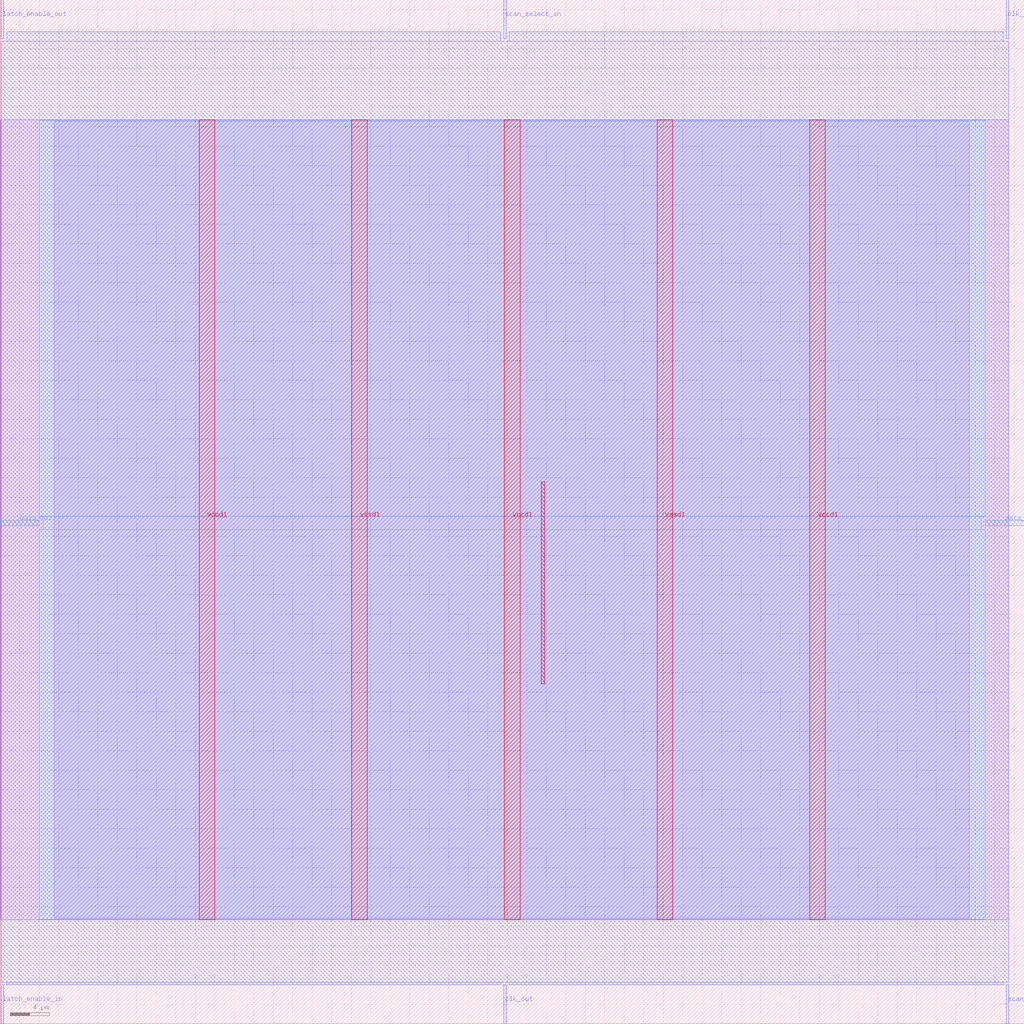
<source format=lef>
VERSION 5.7 ;
  NOWIREEXTENSIONATPIN ON ;
  DIVIDERCHAR "/" ;
  BUSBITCHARS "[]" ;
MACRO scan_wrapper_341182944314917460
  CLASS BLOCK ;
  FOREIGN scan_wrapper_341182944314917460 ;
  ORIGIN 0.000 0.000 ;
  SIZE 105.000 BY 105.000 ;
  PIN clk_in
    DIRECTION INPUT ;
    USE SIGNAL ;
    PORT
      LAYER met2 ;
        RECT 103.130 101.000 103.410 105.000 ;
    END
  END clk_in
  PIN clk_out
    DIRECTION OUTPUT TRISTATE ;
    USE SIGNAL ;
    PORT
      LAYER met2 ;
        RECT 51.610 0.000 51.890 4.000 ;
    END
  END clk_out
  PIN data_in
    DIRECTION INPUT ;
    USE SIGNAL ;
    PORT
      LAYER met3 ;
        RECT 101.000 51.040 105.000 51.640 ;
    END
  END data_in
  PIN data_out
    DIRECTION OUTPUT TRISTATE ;
    USE SIGNAL ;
    PORT
      LAYER met3 ;
        RECT 0.000 51.040 4.000 51.640 ;
    END
  END data_out
  PIN latch_enable_in
    DIRECTION INPUT ;
    USE SIGNAL ;
    PORT
      LAYER met2 ;
        RECT 0.090 0.000 0.370 4.000 ;
    END
  END latch_enable_in
  PIN latch_enable_out
    DIRECTION OUTPUT TRISTATE ;
    USE SIGNAL ;
    PORT
      LAYER met2 ;
        RECT 0.090 101.000 0.370 105.000 ;
    END
  END latch_enable_out
  PIN scan_select_in
    DIRECTION INPUT ;
    USE SIGNAL ;
    PORT
      LAYER met2 ;
        RECT 51.610 101.000 51.890 105.000 ;
    END
  END scan_select_in
  PIN scan_select_out
    DIRECTION OUTPUT TRISTATE ;
    USE SIGNAL ;
    PORT
      LAYER met2 ;
        RECT 103.130 0.000 103.410 4.000 ;
    END
  END scan_select_out
  PIN vccd1
    DIRECTION INPUT ;
    USE POWER ;
    PORT
      LAYER met4 ;
        RECT 20.380 10.640 21.980 92.720 ;
    END
    PORT
      LAYER met4 ;
        RECT 51.700 10.640 53.300 92.720 ;
    END
    PORT
      LAYER met4 ;
        RECT 83.020 10.640 84.620 92.720 ;
    END
  END vccd1
  PIN vssd1
    DIRECTION INPUT ;
    USE GROUND ;
    PORT
      LAYER met4 ;
        RECT 36.040 10.640 37.640 92.720 ;
    END
    PORT
      LAYER met4 ;
        RECT 67.360 10.640 68.960 92.720 ;
    END
  END vssd1
  OBS
      LAYER li1 ;
        RECT 5.520 10.795 99.360 92.565 ;
      LAYER met1 ;
        RECT 0.070 10.640 103.430 92.720 ;
      LAYER met2 ;
        RECT 0.650 100.720 51.330 101.730 ;
        RECT 52.170 100.720 102.850 101.730 ;
        RECT 0.100 4.280 103.400 100.720 ;
        RECT 0.650 4.000 51.330 4.280 ;
        RECT 52.170 4.000 102.850 4.280 ;
      LAYER met3 ;
        RECT 4.000 52.040 101.000 92.645 ;
        RECT 4.400 50.640 100.600 52.040 ;
        RECT 4.000 10.715 101.000 50.640 ;
      LAYER met4 ;
        RECT 55.495 34.855 55.825 55.585 ;
  END
END scan_wrapper_341182944314917460
END LIBRARY


</source>
